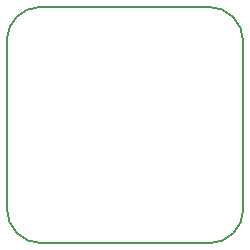
<source format=gbr>
G04 #@! TF.GenerationSoftware,KiCad,Pcbnew,(5.0.2)-1*
G04 #@! TF.CreationDate,2019-07-09T12:36:21+05:30*
G04 #@! TF.ProjectId,H-B-LED,482d422d-4c45-4442-9e6b-696361645f70,rev?*
G04 #@! TF.SameCoordinates,Original*
G04 #@! TF.FileFunction,Profile,NP*
%FSLAX46Y46*%
G04 Gerber Fmt 4.6, Leading zero omitted, Abs format (unit mm)*
G04 Created by KiCad (PCBNEW (5.0.2)-1) date 07/09/19 12:36:21*
%MOMM*%
%LPD*%
G01*
G04 APERTURE LIST*
%ADD10C,0.150000*%
G04 APERTURE END LIST*
D10*
X15900000Y-34000000D02*
G75*
G02X13000000Y-31100000I0J2900000D01*
G01*
X30100000Y-14000000D02*
G75*
G02X33000000Y-16900000I0J-2900000D01*
G01*
X12992681Y-16720106D02*
G75*
G02X15800001Y-14000001I2847319J-129894D01*
G01*
X33000017Y-31149999D02*
G75*
G02X30140001Y-33999999I-2850017J-1D01*
G01*
X33000000Y-31170000D02*
X33000000Y-16890000D01*
X15870000Y-34000000D02*
X30170000Y-34000000D01*
X13000000Y-31090000D02*
X13000000Y-16710000D01*
X30110000Y-14000000D02*
X15800000Y-14000000D01*
M02*

</source>
